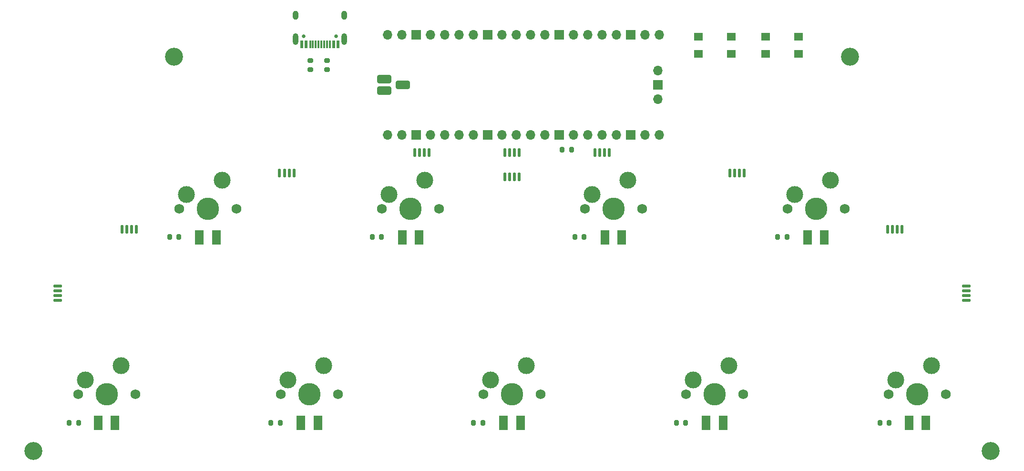
<source format=gts>
%TF.GenerationSoftware,KiCad,Pcbnew,(6.0.7)*%
%TF.CreationDate,2023-03-11T10:43:17+08:00*%
%TF.ProjectId,popn_pico,706f706e-5f70-4696-936f-2e6b69636164,rev?*%
%TF.SameCoordinates,Original*%
%TF.FileFunction,Soldermask,Top*%
%TF.FilePolarity,Negative*%
%FSLAX46Y46*%
G04 Gerber Fmt 4.6, Leading zero omitted, Abs format (unit mm)*
G04 Created by KiCad (PCBNEW (6.0.7)) date 2023-03-11 10:43:17*
%MOMM*%
%LPD*%
G01*
G04 APERTURE LIST*
G04 Aperture macros list*
%AMRoundRect*
0 Rectangle with rounded corners*
0 $1 Rounding radius*
0 $2 $3 $4 $5 $6 $7 $8 $9 X,Y pos of 4 corners*
0 Add a 4 corners polygon primitive as box body*
4,1,4,$2,$3,$4,$5,$6,$7,$8,$9,$2,$3,0*
0 Add four circle primitives for the rounded corners*
1,1,$1+$1,$2,$3*
1,1,$1+$1,$4,$5*
1,1,$1+$1,$6,$7*
1,1,$1+$1,$8,$9*
0 Add four rect primitives between the rounded corners*
20,1,$1+$1,$2,$3,$4,$5,0*
20,1,$1+$1,$4,$5,$6,$7,0*
20,1,$1+$1,$6,$7,$8,$9,0*
20,1,$1+$1,$8,$9,$2,$3,0*%
G04 Aperture macros list end*
%ADD10C,3.200000*%
%ADD11C,3.000000*%
%ADD12C,3.987800*%
%ADD13C,1.750000*%
%ADD14R,1.500000X2.600000*%
%ADD15RoundRect,0.110000X-0.110000X-0.640000X0.110000X-0.640000X0.110000X0.640000X-0.110000X0.640000X0*%
%ADD16RoundRect,0.200000X-0.200000X-0.275000X0.200000X-0.275000X0.200000X0.275000X-0.200000X0.275000X0*%
%ADD17RoundRect,0.110000X0.110000X0.640000X-0.110000X0.640000X-0.110000X-0.640000X0.110000X-0.640000X0*%
%ADD18RoundRect,0.200000X-0.275000X0.200000X-0.275000X-0.200000X0.275000X-0.200000X0.275000X0.200000X0*%
%ADD19R,1.650000X1.400000*%
%ADD20RoundRect,0.110000X-0.640000X0.110000X-0.640000X-0.110000X0.640000X-0.110000X0.640000X0.110000X0*%
%ADD21RoundRect,0.110000X0.640000X-0.110000X0.640000X0.110000X-0.640000X0.110000X-0.640000X-0.110000X0*%
%ADD22C,0.650000*%
%ADD23R,0.600000X1.450000*%
%ADD24R,0.300000X1.450000*%
%ADD25O,1.000000X2.100000*%
%ADD26O,1.000000X1.600000*%
%ADD27O,1.700000X1.700000*%
%ADD28R,1.700000X1.700000*%
%ADD29RoundRect,0.300000X-0.950000X0.450000X-0.950000X-0.450000X0.950000X-0.450000X0.950000X0.450000X0*%
G04 APERTURE END LIST*
D10*
%TO.C,REF\u002A\u002A*%
X62320000Y-142400000D03*
%TD*%
%TO.C,REF\u002A\u002A*%
X87320000Y-72400000D03*
%TD*%
%TO.C,REF\u002A\u002A*%
X207320000Y-72400000D03*
%TD*%
%TO.C,REF\u002A\u002A*%
X232320000Y-142400000D03*
%TD*%
D11*
%TO.C,MX7*%
X179510000Y-129860000D03*
D12*
X183320000Y-132400000D03*
D13*
X178240000Y-132400000D03*
D11*
X185860000Y-127320000D03*
D13*
X188400000Y-132400000D03*
D14*
X181820000Y-137480000D03*
X184820000Y-137480000D03*
%TD*%
D15*
%TO.C,LED2*%
X148595000Y-89400644D03*
X147745000Y-89400644D03*
X146895000Y-89400644D03*
X146045000Y-89400644D03*
%TD*%
D16*
%TO.C,R1*%
X68670000Y-137400000D03*
X70320000Y-137400000D03*
%TD*%
%TO.C,R10*%
X156245000Y-88900000D03*
X157895000Y-88900000D03*
%TD*%
%TO.C,R8*%
X194495000Y-104400000D03*
X196145000Y-104400000D03*
%TD*%
D11*
%TO.C,MX9*%
X221860000Y-127320000D03*
X215510000Y-129860000D03*
D13*
X214240000Y-132400000D03*
X224400000Y-132400000D03*
D12*
X219320000Y-132400000D03*
D14*
X217820000Y-137480000D03*
X220820000Y-137480000D03*
%TD*%
D15*
%TO.C,LED8*%
X188595000Y-93050000D03*
X187745000Y-93050000D03*
X186895000Y-93050000D03*
X186045000Y-93050000D03*
%TD*%
%TO.C,LED1*%
X164595000Y-89400644D03*
X163745000Y-89400644D03*
X162895000Y-89400644D03*
X162045000Y-89400644D03*
%TD*%
D16*
%TO.C,R6*%
X158495000Y-104400000D03*
X160145000Y-104400000D03*
%TD*%
%TO.C,R4*%
X122495000Y-104400000D03*
X124145000Y-104400000D03*
%TD*%
D17*
%TO.C,LED7*%
X146045000Y-93750000D03*
X146895000Y-93750000D03*
X147745000Y-93750000D03*
X148595000Y-93750000D03*
%TD*%
D16*
%TO.C,R3*%
X104495000Y-137400000D03*
X106145000Y-137400000D03*
%TD*%
D11*
%TO.C,MX8*%
X197510000Y-96860000D03*
D13*
X196240000Y-99400000D03*
D12*
X201320000Y-99400000D03*
D11*
X203860000Y-94320000D03*
D13*
X206400000Y-99400000D03*
D14*
X199820000Y-104480000D03*
X202820000Y-104480000D03*
%TD*%
D15*
%TO.C,LED3*%
X132595000Y-89400644D03*
X131745000Y-89400644D03*
X130895000Y-89400644D03*
X130045000Y-89400644D03*
%TD*%
D11*
%TO.C,MX1*%
X71510000Y-129860000D03*
X77860000Y-127320000D03*
D13*
X70240000Y-132400000D03*
D12*
X75320000Y-132400000D03*
D13*
X80400000Y-132400000D03*
D14*
X73820000Y-137480000D03*
X76820000Y-137480000D03*
%TD*%
D15*
%TO.C,LED5*%
X80595000Y-103050000D03*
X79745000Y-103050000D03*
X78895000Y-103050000D03*
X78045000Y-103050000D03*
%TD*%
D13*
%TO.C,MX5*%
X152400000Y-132400000D03*
D11*
X149860000Y-127320000D03*
D12*
X147320000Y-132400000D03*
D13*
X142240000Y-132400000D03*
D11*
X143510000Y-129860000D03*
D14*
X145820000Y-137480000D03*
X148820000Y-137480000D03*
%TD*%
D13*
%TO.C,MX4*%
X124240000Y-99400000D03*
X134400000Y-99400000D03*
D12*
X129320000Y-99400000D03*
D11*
X131860000Y-94320000D03*
X125510000Y-96860000D03*
D14*
X127820000Y-104480000D03*
X130820000Y-104480000D03*
%TD*%
D13*
%TO.C,MX6*%
X160240000Y-99400000D03*
D12*
X165320000Y-99400000D03*
D13*
X170400000Y-99400000D03*
D11*
X167860000Y-94320000D03*
X161510000Y-96860000D03*
D14*
X163820000Y-104480000D03*
X166820000Y-104480000D03*
%TD*%
D18*
%TO.C,R20*%
X114470000Y-73075000D03*
X114470000Y-74725000D03*
%TD*%
D11*
%TO.C,MX2*%
X95860000Y-94320000D03*
X89510000Y-96860000D03*
D13*
X98400000Y-99400000D03*
D12*
X93320000Y-99400000D03*
D13*
X88240000Y-99400000D03*
D14*
X91820000Y-104480000D03*
X94820000Y-104480000D03*
%TD*%
D16*
%TO.C,R2*%
X86495000Y-104400000D03*
X88145000Y-104400000D03*
%TD*%
D18*
%TO.C,R21*%
X111470000Y-73075000D03*
X111470000Y-74725000D03*
%TD*%
D19*
%TO.C,SW1*%
X180395000Y-68900000D03*
X186245000Y-68900000D03*
X180395000Y-71900000D03*
X186245000Y-71900000D03*
%TD*%
D16*
%TO.C,R7*%
X176495000Y-137400000D03*
X178145000Y-137400000D03*
%TD*%
D20*
%TO.C,LED4*%
X66670000Y-115675000D03*
X66670000Y-114825000D03*
X66670000Y-113975000D03*
X66670000Y-113125000D03*
%TD*%
D21*
%TO.C,LED10*%
X227970000Y-113125000D03*
X227970000Y-113975000D03*
X227970000Y-114825000D03*
X227970000Y-115675000D03*
%TD*%
D19*
%TO.C,SW2*%
X192395000Y-68900000D03*
X198245000Y-68900000D03*
X192395000Y-71900000D03*
X198245000Y-71900000D03*
%TD*%
D15*
%TO.C,LED6*%
X108595000Y-93050000D03*
X107745000Y-93050000D03*
X106895000Y-93050000D03*
X106045000Y-93050000D03*
%TD*%
D13*
%TO.C,MX3*%
X106240000Y-132400000D03*
D12*
X111320000Y-132400000D03*
D13*
X116400000Y-132400000D03*
D11*
X107510000Y-129860000D03*
X113860000Y-127320000D03*
D14*
X109820000Y-137480000D03*
X112820000Y-137480000D03*
%TD*%
D16*
%TO.C,R9*%
X212670000Y-137400000D03*
X214320000Y-137400000D03*
%TD*%
D15*
%TO.C,LED9*%
X216595000Y-103050000D03*
X215745000Y-103050000D03*
X214895000Y-103050000D03*
X214045000Y-103050000D03*
%TD*%
D16*
%TO.C,R5*%
X140495000Y-137400000D03*
X142145000Y-137400000D03*
%TD*%
D22*
%TO.C,USB1*%
X116110000Y-68737500D03*
X110330000Y-68737500D03*
D23*
X116445000Y-70182500D03*
X115670000Y-70182500D03*
D24*
X114970000Y-70182500D03*
X114470000Y-70182500D03*
X113970000Y-70182500D03*
X113470000Y-70182500D03*
X112970000Y-70182500D03*
X112470000Y-70182500D03*
X111970000Y-70182500D03*
X111470000Y-70182500D03*
D23*
X110770000Y-70182500D03*
X109995000Y-70182500D03*
D25*
X108900000Y-69267500D03*
D26*
X117540000Y-65087500D03*
D25*
X117540000Y-69267500D03*
D26*
X108900000Y-65087500D03*
%TD*%
D27*
%TO.C,U1*%
X125190000Y-68510000D03*
X127730000Y-68510000D03*
D28*
X130270000Y-68510000D03*
D27*
X132810000Y-68510000D03*
X135350000Y-68510000D03*
X137890000Y-68510000D03*
X140430000Y-68510000D03*
D28*
X142970000Y-68510000D03*
D27*
X145510000Y-68510000D03*
X148050000Y-68510000D03*
X150590000Y-68510000D03*
X153130000Y-68510000D03*
D28*
X155670000Y-68510000D03*
D27*
X158210000Y-68510000D03*
X160750000Y-68510000D03*
X163290000Y-68510000D03*
X165830000Y-68510000D03*
D28*
X168370000Y-68510000D03*
D27*
X170910000Y-68510000D03*
X173450000Y-68510000D03*
X173450000Y-86290000D03*
X170910000Y-86290000D03*
D28*
X168370000Y-86290000D03*
D27*
X165830000Y-86290000D03*
X163290000Y-86290000D03*
X160750000Y-86290000D03*
X158210000Y-86290000D03*
D28*
X155670000Y-86290000D03*
D27*
X153130000Y-86290000D03*
X150590000Y-86290000D03*
X148050000Y-86290000D03*
X145510000Y-86290000D03*
D28*
X142970000Y-86290000D03*
D27*
X140430000Y-86290000D03*
X137890000Y-86290000D03*
X135350000Y-86290000D03*
X132810000Y-86290000D03*
D28*
X130270000Y-86290000D03*
D27*
X127730000Y-86290000D03*
X125190000Y-86290000D03*
X173220000Y-74860000D03*
D28*
X173220000Y-77400000D03*
D27*
X173220000Y-79940000D03*
D29*
X127950000Y-77400000D03*
X124670000Y-78400000D03*
X124650000Y-76400000D03*
%TD*%
M02*

</source>
